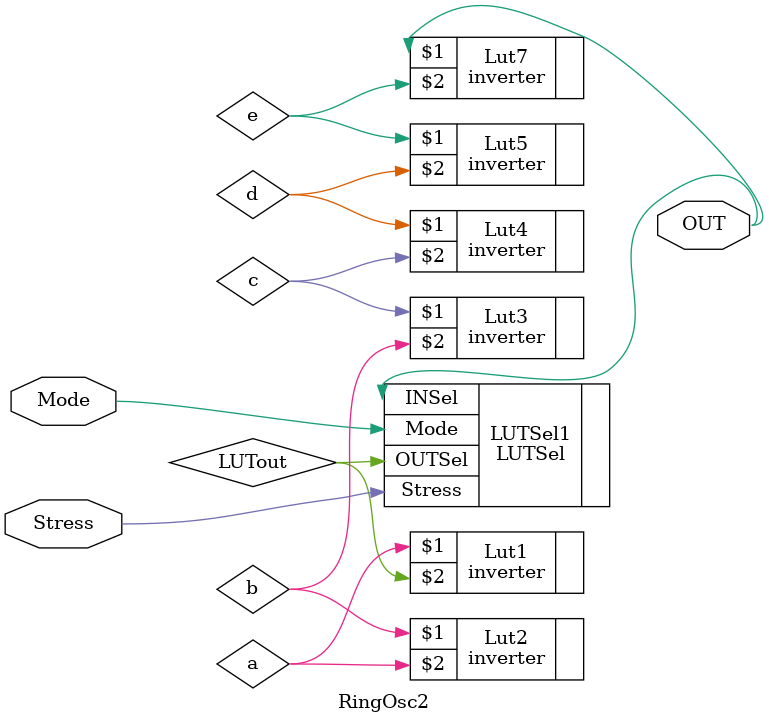
<source format=v>
`timescale 1ns / 1ps
module RingOsc2(Mode, Stress, OUT);
	input Mode, Stress;
	output wire OUT;
	(* S = "TRUE"*)wire LUTout, a, b, c, e, d;
	
	
	
	LUTSel LUTSel1(.Mode(Mode), .Stress(Stress), .INSel(OUT), .OUTSel(LUTout));
	
	inverter Lut1(a,LUTout);
	inverter Lut2(b,a);
	inverter Lut3(c,b);
	inverter Lut4(d,c);
	inverter Lut5(e,d);
	
	inverter Lut7(OUT,e);	
	
	
endmodule


</source>
